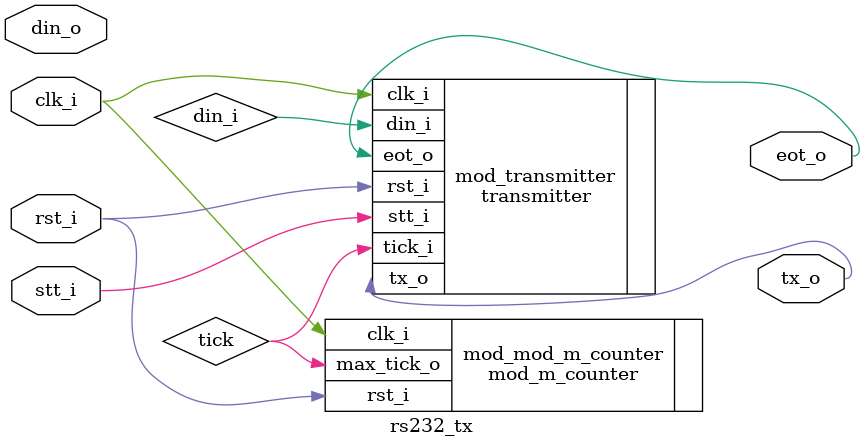
<source format=v>

module rs232_tx (
  input         rst_i,
  input         clk_i,
  input         stt_i,
  input   [7:0] din_o,
  output        tx_o,
  output        eot_o
);
  
  wire tick;
  
  mod_m_counter mod_mod_m_counter (
    .clk_i(clk_i),
    .rst_i(rst_i),
    .max_tick_o(tick)
  );
  
  transmitter mod_transmitter( 
    .clk_i(clk_i),
    .rst_i(rst_i),
    .stt_i(stt_i),
    .tick_i(tick),
    .din_i(din_i),
    .tx_o(tx_o),
    .eot_o(eot_o)
);

endmodule
</source>
